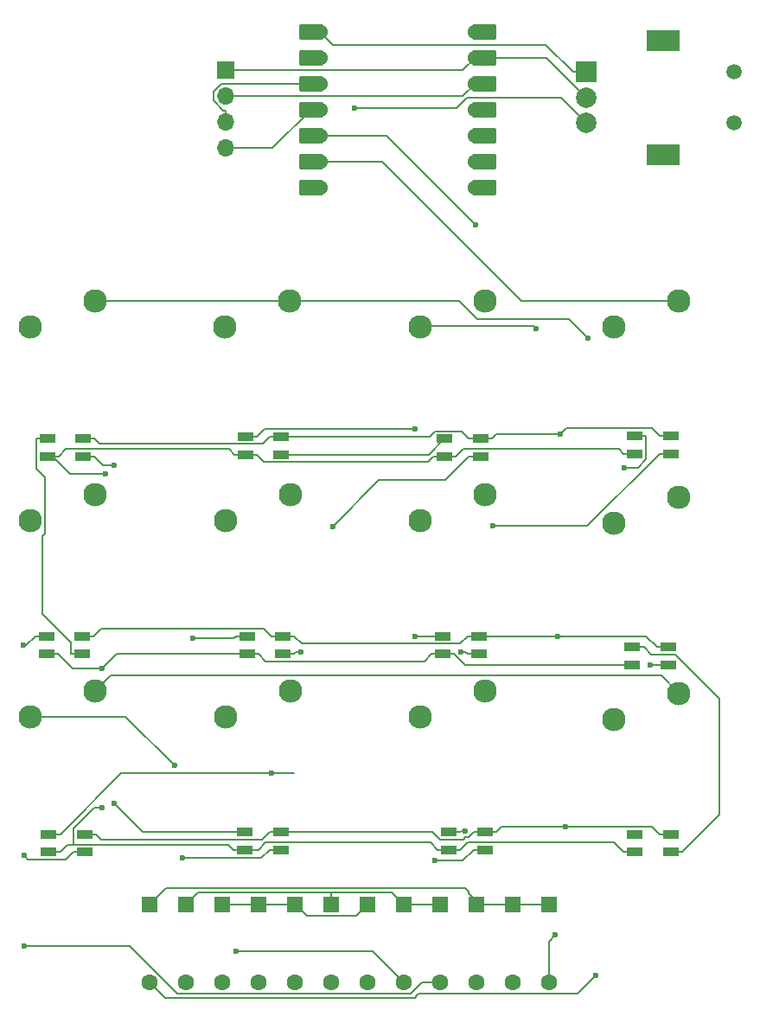
<source format=gbr>
%TF.GenerationSoftware,KiCad,Pcbnew,9.0.2-2.fc42*%
%TF.CreationDate,2025-06-07T11:28:52-05:00*%
%TF.ProjectId,macro_pad,6d616372-6f5f-4706-9164-2e6b69636164,rev?*%
%TF.SameCoordinates,Original*%
%TF.FileFunction,Copper,L1,Top*%
%TF.FilePolarity,Positive*%
%FSLAX46Y46*%
G04 Gerber Fmt 4.6, Leading zero omitted, Abs format (unit mm)*
G04 Created by KiCad (PCBNEW 9.0.2-2.fc42) date 2025-06-07 11:28:52*
%MOMM*%
%LPD*%
G01*
G04 APERTURE LIST*
G04 Aperture macros list*
%AMRoundRect*
0 Rectangle with rounded corners*
0 $1 Rounding radius*
0 $2 $3 $4 $5 $6 $7 $8 $9 X,Y pos of 4 corners*
0 Add a 4 corners polygon primitive as box body*
4,1,4,$2,$3,$4,$5,$6,$7,$8,$9,$2,$3,0*
0 Add four circle primitives for the rounded corners*
1,1,$1+$1,$2,$3*
1,1,$1+$1,$4,$5*
1,1,$1+$1,$6,$7*
1,1,$1+$1,$8,$9*
0 Add four rect primitives between the rounded corners*
20,1,$1+$1,$2,$3,$4,$5,0*
20,1,$1+$1,$4,$5,$6,$7,0*
20,1,$1+$1,$6,$7,$8,$9,0*
20,1,$1+$1,$8,$9,$2,$3,0*%
G04 Aperture macros list end*
%TA.AperFunction,ComponentPad*%
%ADD10C,1.500000*%
%TD*%
%TA.AperFunction,ComponentPad*%
%ADD11R,2.000000X2.000000*%
%TD*%
%TA.AperFunction,ComponentPad*%
%ADD12C,2.000000*%
%TD*%
%TA.AperFunction,ComponentPad*%
%ADD13R,3.200000X2.000000*%
%TD*%
%TA.AperFunction,SMDPad,CuDef*%
%ADD14RoundRect,0.152400X1.063600X0.609600X-1.063600X0.609600X-1.063600X-0.609600X1.063600X-0.609600X0*%
%TD*%
%TA.AperFunction,ComponentPad*%
%ADD15C,1.524000*%
%TD*%
%TA.AperFunction,SMDPad,CuDef*%
%ADD16RoundRect,0.152400X-1.063600X-0.609600X1.063600X-0.609600X1.063600X0.609600X-1.063600X0.609600X0*%
%TD*%
%TA.AperFunction,ComponentPad*%
%ADD17C,2.300000*%
%TD*%
%TA.AperFunction,ComponentPad*%
%ADD18R,1.700000X1.700000*%
%TD*%
%TA.AperFunction,ComponentPad*%
%ADD19O,1.700000X1.700000*%
%TD*%
%TA.AperFunction,ComponentPad*%
%ADD20RoundRect,0.250000X-0.550000X0.550000X-0.550000X-0.550000X0.550000X-0.550000X0.550000X0.550000X0*%
%TD*%
%TA.AperFunction,ComponentPad*%
%ADD21C,1.600000*%
%TD*%
%TA.AperFunction,SMDPad,CuDef*%
%ADD22R,1.600000X0.850000*%
%TD*%
%TA.AperFunction,ViaPad*%
%ADD23C,0.600000*%
%TD*%
%TA.AperFunction,Conductor*%
%ADD24C,0.200000*%
%TD*%
G04 APERTURE END LIST*
D10*
%TO.P,SW13,*%
%TO.N,*%
X142175000Y-26100000D03*
X142175000Y-31100000D03*
D11*
%TO.P,SW13,A,A*%
%TO.N,RotEncodeA*%
X127675000Y-26100000D03*
D12*
%TO.P,SW13,B,B*%
%TO.N,RotEncodeB*%
X127675000Y-31100000D03*
%TO.P,SW13,C,C*%
%TO.N,GND*%
X127675000Y-28600000D03*
D13*
%TO.P,SW13,MP*%
%TO.N,N/C*%
X135175000Y-23000000D03*
X135175000Y-34200000D03*
%TD*%
D14*
%TO.P,U1,1,GPIO26/ADC0/A0*%
%TO.N,RotEncodeA*%
X100745000Y-22148500D03*
D15*
X101580000Y-22148500D03*
D14*
%TO.P,U1,2,GPIO27/ADC1/A1*%
%TO.N,RotEncodeB*%
X100745000Y-24688500D03*
D15*
X101580000Y-24688500D03*
D14*
%TO.P,U1,3,GPIO28/ADC2/A2*%
%TO.N,OLED SCL*%
X100745000Y-27228500D03*
D15*
X101580000Y-27228500D03*
D14*
%TO.P,U1,4,GPIO29/ADC3/A3*%
%TO.N,OLED SDA*%
X100745000Y-29768500D03*
D15*
X101580000Y-29768500D03*
D14*
%TO.P,U1,5,GPIO6/SDA*%
%TO.N,Col 1*%
X100745000Y-32308500D03*
D15*
X101580000Y-32308500D03*
D14*
%TO.P,U1,6,GPIO7/SCL*%
%TO.N,Col 2*%
X100745000Y-34848500D03*
D15*
X101580000Y-34848500D03*
D14*
%TO.P,U1,7,GPIO0/TX*%
%TO.N,Col 3*%
X100745000Y-37388500D03*
D15*
X101580000Y-37388500D03*
%TO.P,U1,8,GPIO1/RX*%
%TO.N,Row 3*%
X116820000Y-37388500D03*
D16*
X117655000Y-37388500D03*
D15*
%TO.P,U1,9,GPIO2/SCK*%
%TO.N,Row 2*%
X116820000Y-34848500D03*
D16*
X117655000Y-34848500D03*
D15*
%TO.P,U1,10,GPIO4/MISO*%
%TO.N,Row 1*%
X116820000Y-32308500D03*
D16*
X117655000Y-32308500D03*
D15*
%TO.P,U1,11,GPIO3/MOSI*%
%TO.N,LED Data*%
X116820000Y-29768500D03*
D16*
X117655000Y-29768500D03*
D15*
%TO.P,U1,12,3V3*%
%TO.N,+3.3V*%
X116820000Y-27228500D03*
D16*
X117655000Y-27228500D03*
D15*
%TO.P,U1,13,GND*%
%TO.N,GND*%
X116820000Y-24688500D03*
D16*
X117655000Y-24688500D03*
D15*
%TO.P,U1,14,VBUS*%
%TO.N,+5V*%
X116820000Y-22148500D03*
D16*
X117655000Y-22148500D03*
%TD*%
D17*
%TO.P,SW12,1,1*%
%TO.N,Net-(D17-A)*%
X130390000Y-89460000D03*
%TO.P,SW12,2,2*%
%TO.N,Col 4*%
X136740000Y-86920000D03*
%TD*%
%TO.P,SW11,1,1*%
%TO.N,Net-(D30-A)*%
X130390000Y-70260000D03*
%TO.P,SW11,2,2*%
%TO.N,Col 3*%
X136740000Y-67720000D03*
%TD*%
%TO.P,SW10,1,1*%
%TO.N,Net-(D31-A)*%
X130390000Y-51060000D03*
%TO.P,SW10,2,2*%
%TO.N,Col 2*%
X136740000Y-48520000D03*
%TD*%
%TO.P,SW9,1,1*%
%TO.N,Net-(D32-A)*%
X111390000Y-51025000D03*
%TO.P,SW9,2,2*%
%TO.N,Col 1*%
X117740000Y-48485000D03*
%TD*%
%TO.P,SW8,1,1*%
%TO.N,Net-(D21-A)*%
X111390000Y-70060000D03*
%TO.P,SW8,2,2*%
%TO.N,Col 1*%
X117740000Y-67520000D03*
%TD*%
%TO.P,SW7,1,1*%
%TO.N,Net-(D22-A)*%
X111390000Y-89260000D03*
%TO.P,SW7,2,2*%
%TO.N,Col 1*%
X117740000Y-86720000D03*
%TD*%
%TO.P,SW6,1,1*%
%TO.N,Net-(D24-A)*%
X92390000Y-70060000D03*
%TO.P,SW6,2,2*%
%TO.N,Col 2*%
X98740000Y-67520000D03*
%TD*%
%TO.P,SW5,1,1*%
%TO.N,Net-(D20-A)*%
X92270000Y-51025000D03*
%TO.P,SW5,2,2*%
%TO.N,Col 3*%
X98620000Y-48485000D03*
%TD*%
%TO.P,SW4,1,1*%
%TO.N,Net-(D23-A)*%
X92390000Y-89260000D03*
%TO.P,SW4,2,2*%
%TO.N,Col 2*%
X98740000Y-86720000D03*
%TD*%
%TO.P,SW3,1,1*%
%TO.N,Net-(D19-A)*%
X73190000Y-89260000D03*
%TO.P,SW3,2,2*%
%TO.N,Col 4*%
X79540000Y-86720000D03*
%TD*%
%TO.P,SW2,1,1*%
%TO.N,Net-(D18-A)*%
X73190000Y-70060000D03*
%TO.P,SW2,2,2*%
%TO.N,Col 4*%
X79540000Y-67520000D03*
%TD*%
%TO.P,SW1,1,1*%
%TO.N,Net-(D29-A)*%
X73190000Y-51025000D03*
%TO.P,SW1,2,2*%
%TO.N,Col 3*%
X79540000Y-48485000D03*
%TD*%
D18*
%TO.P,J1,1,Pin_1*%
%TO.N,GND*%
X92400000Y-25920000D03*
D19*
%TO.P,J1,2,Pin_2*%
%TO.N,+3.3V*%
X92400000Y-28460000D03*
%TO.P,J1,3,Pin_3*%
%TO.N,OLED SCL*%
X92400000Y-31000000D03*
%TO.P,J1,4,Pin_4*%
%TO.N,OLED SDA*%
X92400000Y-33540000D03*
%TD*%
D20*
%TO.P,D32,1,K*%
%TO.N,Row 3*%
X124000000Y-107590000D03*
D21*
%TO.P,D32,2,A*%
%TO.N,Net-(D32-A)*%
X124000000Y-115210000D03*
%TD*%
D20*
%TO.P,D31,1,K*%
%TO.N,Row 3*%
X120450000Y-107590000D03*
D21*
%TO.P,D31,2,A*%
%TO.N,Net-(D31-A)*%
X120450000Y-115210000D03*
%TD*%
D20*
%TO.P,D30,1,K*%
%TO.N,Row 3*%
X116900000Y-107590000D03*
D21*
%TO.P,D30,2,A*%
%TO.N,Net-(D30-A)*%
X116900000Y-115210000D03*
%TD*%
D20*
%TO.P,D29,1,K*%
%TO.N,Row 2*%
X113350000Y-107590000D03*
D21*
%TO.P,D29,2,A*%
%TO.N,Net-(D29-A)*%
X113350000Y-115210000D03*
%TD*%
D20*
%TO.P,D24,1,K*%
%TO.N,Row 2*%
X109800000Y-107590000D03*
D21*
%TO.P,D24,2,A*%
%TO.N,Net-(D24-A)*%
X109800000Y-115210000D03*
%TD*%
D20*
%TO.P,D23,1,K*%
%TO.N,Row 1*%
X106250000Y-107590000D03*
D21*
%TO.P,D23,2,A*%
%TO.N,Net-(D23-A)*%
X106250000Y-115210000D03*
%TD*%
D20*
%TO.P,D22,1,K*%
%TO.N,Row 2*%
X102700000Y-107590000D03*
D21*
%TO.P,D22,2,A*%
%TO.N,Net-(D22-A)*%
X102700000Y-115210000D03*
%TD*%
D20*
%TO.P,D21,1,K*%
%TO.N,Row 1*%
X99150000Y-107590000D03*
D21*
%TO.P,D21,2,A*%
%TO.N,Net-(D21-A)*%
X99150000Y-115210000D03*
%TD*%
D20*
%TO.P,D20,1,K*%
%TO.N,Row 1*%
X95600000Y-107590000D03*
D21*
%TO.P,D20,2,A*%
%TO.N,Net-(D20-A)*%
X95600000Y-115210000D03*
%TD*%
D20*
%TO.P,D19,1,K*%
%TO.N,Row 1*%
X92050000Y-107590000D03*
D21*
%TO.P,D19,2,A*%
%TO.N,Net-(D19-A)*%
X92050000Y-115210000D03*
%TD*%
D20*
%TO.P,D18,1,K*%
%TO.N,Row 2*%
X88500000Y-107590000D03*
D21*
%TO.P,D18,2,A*%
%TO.N,Net-(D18-A)*%
X88500000Y-115210000D03*
%TD*%
%TO.P,D17,2,A*%
%TO.N,Net-(D17-A)*%
X84950000Y-115210000D03*
D20*
%TO.P,D17,1,K*%
%TO.N,Row 3*%
X84950000Y-107590000D03*
%TD*%
D22*
%TO.P,D15,1,DOUT*%
%TO.N,unconnected-(D15-DOUT-Pad1)*%
X132450000Y-100725000D03*
%TO.P,D15,2,VSS*%
%TO.N,GND*%
X132450000Y-102475000D03*
%TO.P,D15,3,DIN*%
%TO.N,Net-(D13-DOUT)*%
X135950000Y-102475000D03*
%TO.P,D15,4,VDD*%
%TO.N,+5V*%
X135950000Y-100725000D03*
%TD*%
%TO.P,D13,1,DOUT*%
%TO.N,Net-(D13-DOUT)*%
X132200000Y-82400000D03*
%TO.P,D13,2,VSS*%
%TO.N,GND*%
X132200000Y-84150000D03*
%TO.P,D13,3,DIN*%
%TO.N,Net-(D11-DOUT)*%
X135700000Y-84150000D03*
%TO.P,D13,4,VDD*%
%TO.N,+5V*%
X135700000Y-82400000D03*
%TD*%
%TO.P,D11,1,DOUT*%
%TO.N,Net-(D11-DOUT)*%
X132450000Y-61725000D03*
%TO.P,D11,2,VSS*%
%TO.N,GND*%
X132450000Y-63475000D03*
%TO.P,D11,3,DIN*%
%TO.N,Net-(D11-DIN)*%
X135950000Y-63475000D03*
%TO.P,D11,4,VDD*%
%TO.N,+5V*%
X135950000Y-61725000D03*
%TD*%
%TO.P,D9,1,DOUT*%
%TO.N,Net-(D11-DIN)*%
X114250000Y-100525000D03*
%TO.P,D9,2,VSS*%
%TO.N,GND*%
X114250000Y-102275000D03*
%TO.P,D9,3,DIN*%
%TO.N,Net-(D8-DOUT)*%
X117750000Y-102275000D03*
%TO.P,D9,4,VDD*%
%TO.N,+5V*%
X117750000Y-100525000D03*
%TD*%
%TO.P,D8,1,DOUT*%
%TO.N,Net-(D8-DOUT)*%
X113650000Y-81325000D03*
%TO.P,D8,2,VSS*%
%TO.N,GND*%
X113650000Y-83075000D03*
%TO.P,D8,3,DIN*%
%TO.N,Net-(D4-DOUT)*%
X117150000Y-83075000D03*
%TO.P,D8,4,VDD*%
%TO.N,+5V*%
X117150000Y-81325000D03*
%TD*%
%TO.P,D7,1,DOUT*%
%TO.N,Net-(D4-DIN)*%
X113800000Y-62000000D03*
%TO.P,D7,2,VSS*%
%TO.N,GND*%
X113800000Y-63750000D03*
%TO.P,D7,3,DIN*%
%TO.N,Net-(D3-DOUT)*%
X117300000Y-63750000D03*
%TO.P,D7,4,VDD*%
%TO.N,+5V*%
X117300000Y-62000000D03*
%TD*%
%TO.P,D6,1,DOUT*%
%TO.N,Net-(D1-DIN)*%
X94250000Y-100525000D03*
%TO.P,D6,2,VSS*%
%TO.N,GND*%
X94250000Y-102275000D03*
%TO.P,D6,3,DIN*%
%TO.N,Net-(D5-DOUT)*%
X97750000Y-102275000D03*
%TO.P,D6,4,VDD*%
%TO.N,+5V*%
X97750000Y-100525000D03*
%TD*%
%TO.P,D5,1,DOUT*%
%TO.N,Net-(D5-DOUT)*%
X94450000Y-81325000D03*
%TO.P,D5,2,VSS*%
%TO.N,GND*%
X94450000Y-83075000D03*
%TO.P,D5,3,DIN*%
%TO.N,LED Data*%
X97950000Y-83075000D03*
%TO.P,D5,4,VDD*%
%TO.N,+5V*%
X97950000Y-81325000D03*
%TD*%
%TO.P,D4,1,DOUT*%
%TO.N,Net-(D4-DOUT)*%
X94300000Y-61800000D03*
%TO.P,D4,2,VSS*%
%TO.N,GND*%
X94300000Y-63550000D03*
%TO.P,D4,3,DIN*%
%TO.N,Net-(D4-DIN)*%
X97800000Y-63550000D03*
%TO.P,D4,4,VDD*%
%TO.N,+5V*%
X97800000Y-61800000D03*
%TD*%
%TO.P,D3,1,DOUT*%
%TO.N,Net-(D3-DOUT)*%
X75050000Y-100725000D03*
%TO.P,D3,2,VSS*%
%TO.N,GND*%
X75050000Y-102475000D03*
%TO.P,D3,3,DIN*%
%TO.N,Net-(D2-DOUT)*%
X78550000Y-102475000D03*
%TO.P,D3,4,VDD*%
%TO.N,+5V*%
X78550000Y-100725000D03*
%TD*%
%TO.P,D2,1,DOUT*%
%TO.N,Net-(D2-DOUT)*%
X74850000Y-81325000D03*
%TO.P,D2,2,VSS*%
%TO.N,GND*%
X74850000Y-83075000D03*
%TO.P,D2,3,DIN*%
%TO.N,Net-(D1-DOUT)*%
X78350000Y-83075000D03*
%TO.P,D2,4,VDD*%
%TO.N,+5V*%
X78350000Y-81325000D03*
%TD*%
%TO.P,D1,1,DOUT*%
%TO.N,Net-(D1-DOUT)*%
X74900000Y-62000000D03*
%TO.P,D1,2,VSS*%
%TO.N,GND*%
X74900000Y-63750000D03*
%TO.P,D1,3,DIN*%
%TO.N,Net-(D1-DIN)*%
X78400000Y-63750000D03*
%TO.P,D1,4,VDD*%
%TO.N,+5V*%
X78400000Y-62000000D03*
%TD*%
D23*
%TO.N,RotEncodeB*%
X105021400Y-29662000D03*
%TO.N,Col 1*%
X116834200Y-41032100D03*
%TO.N,Col 3*%
X127815300Y-52167600D03*
%TO.N,Net-(D32-A)*%
X122772100Y-51236600D03*
X124614300Y-110613200D03*
%TO.N,Net-(D29-A)*%
X72603300Y-111647000D03*
%TO.N,Net-(D24-A)*%
X93364200Y-112145200D03*
%TO.N,Net-(D19-A)*%
X87338800Y-93999800D03*
%TO.N,Net-(D17-A)*%
X128598200Y-114588200D03*
%TO.N,Net-(D11-DOUT)*%
X131433300Y-64867300D03*
X133961000Y-84140300D03*
%TO.N,Net-(D11-DIN)*%
X118509700Y-70526900D03*
X115819400Y-100447000D03*
%TO.N,Net-(D8-DOUT)*%
X110915600Y-81358000D03*
X112885000Y-103334500D03*
%TO.N,LED Data*%
X99747000Y-82928600D03*
%TO.N,Net-(D5-DOUT)*%
X88125600Y-103071100D03*
X89176600Y-81565500D03*
%TO.N,Net-(D4-DOUT)*%
X110906200Y-61047300D03*
X115389600Y-82866900D03*
%TO.N,Net-(D3-DOUT)*%
X102859900Y-70577700D03*
X96875800Y-94757100D03*
%TO.N,Net-(D2-DOUT)*%
X72603300Y-102823400D03*
X72589900Y-82235000D03*
%TO.N,+5V*%
X124864300Y-81325000D03*
X125651100Y-99998300D03*
X125165800Y-61549600D03*
%TO.N,Net-(D1-DIN)*%
X81447600Y-97726300D03*
X81444600Y-64590800D03*
%TO.N,GND*%
X80623700Y-65408700D03*
X80290300Y-98097000D03*
X80268700Y-84474300D03*
%TD*%
D24*
%TO.N,Net-(D13-DOUT)*%
X140692900Y-98833800D02*
X137051700Y-102475000D01*
X140692900Y-87439700D02*
X140692900Y-98833800D01*
X136379900Y-83126700D02*
X140692900Y-87439700D01*
X134028400Y-83126700D02*
X136379900Y-83126700D01*
X133301700Y-82400000D02*
X134028400Y-83126700D01*
X132200000Y-82400000D02*
X133301700Y-82400000D01*
X135950000Y-102475000D02*
X137051700Y-102475000D01*
%TO.N,RotEncodeA*%
X100745000Y-22148500D02*
X101580000Y-22148500D01*
X123691800Y-23418500D02*
X126373300Y-26100000D01*
X102850000Y-23418500D02*
X123691800Y-23418500D01*
X101580000Y-22148500D02*
X102850000Y-23418500D01*
X127675000Y-26100000D02*
X126373300Y-26100000D01*
%TO.N,RotEncodeB*%
X100745000Y-24688500D02*
X101580000Y-24688500D01*
X125218900Y-28643900D02*
X127675000Y-31100000D01*
X116017800Y-28643900D02*
X125218900Y-28643900D01*
X114999700Y-29662000D02*
X116017800Y-28643900D01*
X105021400Y-29662000D02*
X114999700Y-29662000D01*
%TO.N,OLED SCL*%
X101580000Y-27228500D02*
X100745000Y-27228500D01*
X92131500Y-29848300D02*
X92400000Y-29848300D01*
X91190300Y-28907100D02*
X92131500Y-29848300D01*
X91190300Y-28008900D02*
X91190300Y-28907100D01*
X91970700Y-27228500D02*
X91190300Y-28008900D01*
X100745000Y-27228500D02*
X91970700Y-27228500D01*
X92400000Y-31000000D02*
X92400000Y-29848300D01*
%TO.N,OLED SDA*%
X100745000Y-29768500D02*
X101580000Y-29768500D01*
X96973500Y-33540000D02*
X100745000Y-29768500D01*
X92400000Y-33540000D02*
X96973500Y-33540000D01*
%TO.N,Col 1*%
X101580000Y-32308500D02*
X100745000Y-32308500D01*
X108110600Y-32308500D02*
X116834200Y-41032100D01*
X101580000Y-32308500D02*
X108110600Y-32308500D01*
%TO.N,Col 2*%
X100745000Y-34848500D02*
X101580000Y-34848500D01*
X121325200Y-48520000D02*
X136740000Y-48520000D01*
X107653700Y-34848500D02*
X121325200Y-48520000D01*
X101580000Y-34848500D02*
X107653700Y-34848500D01*
%TO.N,Col 4*%
X81074700Y-85185300D02*
X79540000Y-86720000D01*
X135005300Y-85185300D02*
X81074700Y-85185300D01*
X136740000Y-86920000D02*
X135005300Y-85185300D01*
%TO.N,Col 3*%
X100745000Y-37388500D02*
X101580000Y-37388500D01*
X79540000Y-48485000D02*
X98620000Y-48485000D01*
X125968200Y-50320500D02*
X127815300Y-52167600D01*
X117035500Y-50320500D02*
X125968200Y-50320500D01*
X115200000Y-48485000D02*
X117035500Y-50320500D01*
X98620000Y-48485000D02*
X115200000Y-48485000D01*
%TO.N,Net-(D32-A)*%
X111470700Y-50944300D02*
X111390000Y-51025000D01*
X122479800Y-50944300D02*
X111470700Y-50944300D01*
X122772100Y-51236600D02*
X122479800Y-50944300D01*
X124000000Y-111227500D02*
X124614300Y-110613200D01*
X124000000Y-115210000D02*
X124000000Y-111227500D01*
%TO.N,Net-(D29-A)*%
X111614000Y-115210000D02*
X113350000Y-115210000D01*
X110500000Y-116324000D02*
X111614000Y-115210000D01*
X87629600Y-116324000D02*
X110500000Y-116324000D01*
X82952600Y-111647000D02*
X87629600Y-116324000D01*
X72603300Y-111647000D02*
X82952600Y-111647000D01*
%TO.N,Net-(D24-A)*%
X106735200Y-112145200D02*
X109800000Y-115210000D01*
X93364200Y-112145200D02*
X106735200Y-112145200D01*
%TO.N,Row 1*%
X117655000Y-32308500D02*
X116820000Y-32308500D01*
X100289200Y-108729200D02*
X99150000Y-107590000D01*
X105110800Y-108729200D02*
X100289200Y-108729200D01*
X106250000Y-107590000D02*
X105110800Y-108729200D01*
X95600000Y-107590000D02*
X92050000Y-107590000D01*
X95600000Y-107590000D02*
X99150000Y-107590000D01*
%TO.N,Net-(D19-A)*%
X82548500Y-89209500D02*
X87338800Y-93999800D01*
X73240500Y-89209500D02*
X82548500Y-89209500D01*
X73190000Y-89260000D02*
X73240500Y-89209500D01*
%TO.N,Row 2*%
X116820000Y-34848500D02*
X117655000Y-34848500D01*
X102700000Y-106433900D02*
X102700000Y-107590000D01*
X89656100Y-106433900D02*
X102700000Y-106433900D01*
X88500000Y-107590000D02*
X89656100Y-106433900D01*
X108643900Y-106433900D02*
X109800000Y-107590000D01*
X102700000Y-106433900D02*
X108643900Y-106433900D01*
X113350000Y-107590000D02*
X109800000Y-107590000D01*
%TO.N,Row 3*%
X117655000Y-37388500D02*
X116820000Y-37388500D01*
X124000000Y-107590000D02*
X120450000Y-107590000D01*
X120450000Y-107590000D02*
X118675000Y-107590000D01*
X118675000Y-107590000D02*
X116900000Y-107590000D01*
X86520600Y-106019400D02*
X84950000Y-107590000D01*
X115787400Y-106019400D02*
X86520600Y-106019400D01*
X116142500Y-106374500D02*
X115787400Y-106019400D01*
X116142500Y-106488800D02*
X116142500Y-106374500D01*
X117243700Y-107590000D02*
X116142500Y-106488800D01*
X118675000Y-107590000D02*
X117243700Y-107590000D01*
%TO.N,Net-(D17-A)*%
X110866500Y-116725700D02*
X111101900Y-116490300D01*
X86465700Y-116725700D02*
X110866500Y-116725700D01*
X84950000Y-115210000D02*
X86465700Y-116725700D01*
X111101900Y-116490300D02*
X111266700Y-116325500D01*
X111101900Y-116490300D02*
X111266700Y-116325500D01*
X126860900Y-116325500D02*
X128598200Y-114588200D01*
X111266700Y-116325500D02*
X126860900Y-116325500D01*
%TO.N,+3.3V*%
X115588500Y-28460000D02*
X116820000Y-27228500D01*
X92400000Y-28460000D02*
X115588500Y-28460000D01*
X116820000Y-27228500D02*
X117655000Y-27228500D01*
%TO.N,Net-(D11-DOUT)*%
X135700000Y-84150000D02*
X134598300Y-84150000D01*
X133551700Y-64025000D02*
X133551700Y-61725000D01*
X132709400Y-64867300D02*
X133551700Y-64025000D01*
X131433300Y-64867300D02*
X132709400Y-64867300D01*
X134588600Y-84140300D02*
X134598300Y-84150000D01*
X133961000Y-84140300D02*
X134588600Y-84140300D01*
X132450000Y-61725000D02*
X133551700Y-61725000D01*
%TO.N,Net-(D11-DIN)*%
X135950000Y-63475000D02*
X134848300Y-63475000D01*
X115429700Y-100447000D02*
X115351700Y-100525000D01*
X115819400Y-100447000D02*
X115429700Y-100447000D01*
X114250000Y-100525000D02*
X115351700Y-100525000D01*
X127796400Y-70526900D02*
X118435800Y-70526900D01*
X134848300Y-63475000D02*
X127796400Y-70526900D01*
X118435800Y-70526900D02*
X118509700Y-70526900D01*
%TO.N,Net-(D8-DOUT)*%
X110948600Y-81325000D02*
X110915600Y-81358000D01*
X113650000Y-81325000D02*
X110948600Y-81325000D01*
X115588800Y-103334500D02*
X112885000Y-103334500D01*
X116648300Y-102275000D02*
X115588800Y-103334500D01*
X117750000Y-102275000D02*
X116648300Y-102275000D01*
X110915600Y-81358000D02*
X110915600Y-81325000D01*
X110915600Y-81325000D02*
X110915600Y-81358000D01*
%TO.N,LED Data*%
X117655000Y-29768500D02*
X116820000Y-29768500D01*
X99198100Y-82928600D02*
X99051700Y-83075000D01*
X99747000Y-82928600D02*
X99198100Y-82928600D01*
X97950000Y-83075000D02*
X99051700Y-83075000D01*
%TO.N,Net-(D5-DOUT)*%
X95852200Y-103071100D02*
X88125600Y-103071100D01*
X96648300Y-102275000D02*
X95852200Y-103071100D01*
X93107800Y-81565500D02*
X93348300Y-81325000D01*
X89176600Y-81565500D02*
X93107800Y-81565500D01*
X94450000Y-81325000D02*
X93348300Y-81325000D01*
X97750000Y-102275000D02*
X96648300Y-102275000D01*
%TO.N,Net-(D4-DOUT)*%
X115840200Y-82866900D02*
X116048300Y-83075000D01*
X115389600Y-82866900D02*
X115840200Y-82866900D01*
X117150000Y-83075000D02*
X116048300Y-83075000D01*
X94300000Y-61800000D02*
X95401700Y-61800000D01*
X96154400Y-61047300D02*
X95401700Y-61800000D01*
X110906200Y-61047300D02*
X96154400Y-61047300D01*
%TO.N,Net-(D4-DIN)*%
X97800000Y-63550000D02*
X98901700Y-63550000D01*
X112250000Y-63550000D02*
X113800000Y-62000000D01*
X98901700Y-63550000D02*
X112250000Y-63550000D01*
%TO.N,Net-(D3-DOUT)*%
X113878500Y-66069800D02*
X116198300Y-63750000D01*
X107367800Y-66069800D02*
X113878500Y-66069800D01*
X102859900Y-70577700D02*
X107367800Y-66069800D01*
X117300000Y-63750000D02*
X116198300Y-63750000D01*
X82119600Y-94757100D02*
X76151700Y-100725000D01*
X96180100Y-94757100D02*
X82119600Y-94757100D01*
X75050000Y-100725000D02*
X76151700Y-100725000D01*
X96180100Y-94757100D02*
X96875800Y-94757100D01*
X96875800Y-94757100D02*
X99066800Y-94757100D01*
X99066800Y-94757100D02*
X96875800Y-94757100D01*
%TO.N,Net-(D2-DOUT)*%
X72981600Y-103201700D02*
X72603300Y-102823400D01*
X76721600Y-103201700D02*
X72981600Y-103201700D01*
X77448300Y-102475000D02*
X76721600Y-103201700D01*
X72838300Y-82235000D02*
X73748300Y-81325000D01*
X72589900Y-82235000D02*
X72838300Y-82235000D01*
X74850000Y-81325000D02*
X73748300Y-81325000D01*
X78550000Y-102475000D02*
X77448300Y-102475000D01*
%TO.N,Net-(D1-DOUT)*%
X77248300Y-81973300D02*
X77248300Y-83075000D01*
X74436900Y-79161900D02*
X77248300Y-81973300D01*
X74436900Y-71529200D02*
X74436900Y-79161900D01*
X74645600Y-71320500D02*
X74436900Y-71529200D01*
X74645600Y-65814300D02*
X74645600Y-71320500D01*
X73798300Y-64967000D02*
X74645600Y-65814300D01*
X73798300Y-62000000D02*
X73798300Y-64967000D01*
X74900000Y-62000000D02*
X73798300Y-62000000D01*
X78350000Y-83075000D02*
X77248300Y-83075000D01*
%TO.N,+5V*%
X95921600Y-101251700D02*
X96648300Y-100525000D01*
X80178400Y-101251700D02*
X95921600Y-101251700D01*
X79651700Y-100725000D02*
X80178400Y-101251700D01*
X78550000Y-100725000D02*
X79651700Y-100725000D01*
X135950000Y-100725000D02*
X134848300Y-100725000D01*
X116820000Y-22148500D02*
X117655000Y-22148500D01*
X78350000Y-81325000D02*
X79451700Y-81325000D01*
X97950000Y-81325000D02*
X96848300Y-81325000D01*
X135700000Y-82400000D02*
X134598300Y-82400000D01*
X97199200Y-100525000D02*
X96648300Y-100525000D01*
X97199200Y-100525000D02*
X97750000Y-100525000D01*
X80178400Y-80598300D02*
X79451700Y-81325000D01*
X96121600Y-80598300D02*
X80178400Y-80598300D01*
X96848300Y-81325000D02*
X96121600Y-80598300D01*
X115321600Y-82051700D02*
X116048300Y-81325000D01*
X99778400Y-82051700D02*
X115321600Y-82051700D01*
X99051700Y-81325000D02*
X99778400Y-82051700D01*
X97950000Y-81325000D02*
X99051700Y-81325000D01*
X117150000Y-81325000D02*
X116048300Y-81325000D01*
X118300900Y-100525000D02*
X118851700Y-100525000D01*
X118300900Y-100525000D02*
X117750000Y-100525000D01*
X134121600Y-99998300D02*
X125651100Y-99998300D01*
X134848300Y-100725000D02*
X134121600Y-99998300D01*
X119378400Y-99998300D02*
X118851700Y-100525000D01*
X125651100Y-99998300D02*
X119378400Y-99998300D01*
X133523300Y-81325000D02*
X124864300Y-81325000D01*
X134598300Y-82400000D02*
X133523300Y-81325000D01*
X124864300Y-81325000D02*
X117150000Y-81325000D01*
X135950000Y-61725000D02*
X134848300Y-61725000D01*
X95971600Y-62526700D02*
X96698300Y-61800000D01*
X80028400Y-62526700D02*
X95971600Y-62526700D01*
X79501700Y-62000000D02*
X80028400Y-62526700D01*
X78400000Y-62000000D02*
X79501700Y-62000000D01*
X97800000Y-61800000D02*
X96698300Y-61800000D01*
X117850900Y-62000000D02*
X118401700Y-62000000D01*
X117850900Y-62000000D02*
X117300000Y-62000000D01*
X112347200Y-61800000D02*
X97800000Y-61800000D01*
X112874000Y-61273200D02*
X112347200Y-61800000D01*
X115471500Y-61273200D02*
X112874000Y-61273200D01*
X116198300Y-62000000D02*
X115471500Y-61273200D01*
X117300000Y-62000000D02*
X116198300Y-62000000D01*
X125717100Y-60998300D02*
X125165800Y-61549600D01*
X134121600Y-60998300D02*
X125717100Y-60998300D01*
X134848300Y-61725000D02*
X134121600Y-60998300D01*
X118852100Y-61549600D02*
X118401700Y-62000000D01*
X125165800Y-61549600D02*
X118852100Y-61549600D01*
X116124600Y-101048700D02*
X116648300Y-100525000D01*
X115834900Y-101048700D02*
X116124600Y-101048700D01*
X115631900Y-101251700D02*
X115834900Y-101048700D01*
X113325000Y-101251700D02*
X115631900Y-101251700D01*
X112598300Y-100525000D02*
X113325000Y-101251700D01*
X97750000Y-100525000D02*
X112598300Y-100525000D01*
X117750000Y-100525000D02*
X116648300Y-100525000D01*
%TO.N,Net-(D1-DIN)*%
X84246300Y-100525000D02*
X81447600Y-97726300D01*
X94250000Y-100525000D02*
X84246300Y-100525000D01*
X78400000Y-63750000D02*
X79501700Y-63750000D01*
X80341000Y-64589300D02*
X79501700Y-63750000D01*
X80372300Y-64589300D02*
X80341000Y-64589300D01*
X80373800Y-64590800D02*
X80372300Y-64589300D01*
X81444600Y-64590800D02*
X80373800Y-64590800D01*
%TO.N,GND*%
X75050000Y-102475000D02*
X76151700Y-102475000D01*
X76728400Y-63023300D02*
X76001700Y-63750000D01*
X92671600Y-63023300D02*
X76728400Y-63023300D01*
X93198300Y-63550000D02*
X92671600Y-63023300D01*
X130421600Y-101548300D02*
X131348300Y-102475000D01*
X116078400Y-101548300D02*
X130421600Y-101548300D01*
X115351700Y-102275000D02*
X116078400Y-101548300D01*
X114250000Y-102275000D02*
X115351700Y-102275000D01*
X132450000Y-102475000D02*
X131348300Y-102475000D01*
X93699200Y-102275000D02*
X93148300Y-102275000D01*
X93699200Y-102275000D02*
X94250000Y-102275000D01*
X114250000Y-102275000D02*
X113148300Y-102275000D01*
X130896600Y-63023300D02*
X131348300Y-63475000D01*
X115628400Y-63023300D02*
X130896600Y-63023300D01*
X114901700Y-63750000D02*
X115628400Y-63023300D01*
X113800000Y-63750000D02*
X114901700Y-63750000D01*
X132450000Y-63475000D02*
X131348300Y-63475000D01*
X93970000Y-63550000D02*
X93198300Y-63550000D01*
X93970000Y-63550000D02*
X94300000Y-63550000D01*
X112171500Y-64276800D02*
X112698300Y-63750000D01*
X96128500Y-64276800D02*
X112171500Y-64276800D01*
X95401700Y-63550000D02*
X96128500Y-64276800D01*
X94300000Y-63550000D02*
X95401700Y-63550000D01*
X113800000Y-63750000D02*
X112698300Y-63750000D01*
X112421600Y-101548300D02*
X113148300Y-102275000D01*
X96279500Y-101548300D02*
X112421600Y-101548300D01*
X95552800Y-102275000D02*
X96279500Y-101548300D01*
X94250000Y-102275000D02*
X95552800Y-102275000D01*
X74900000Y-63750000D02*
X75450900Y-63750000D01*
X75450900Y-63750000D02*
X76001700Y-63750000D01*
X77109600Y-65408700D02*
X80623700Y-65408700D01*
X75450900Y-63750000D02*
X77109600Y-65408700D01*
X114200900Y-83075000D02*
X114751700Y-83075000D01*
X114200900Y-83075000D02*
X113650000Y-83075000D01*
X96278400Y-83801700D02*
X95551700Y-83075000D01*
X111821600Y-83801700D02*
X96278400Y-83801700D01*
X112548300Y-83075000D02*
X111821600Y-83801700D01*
X113650000Y-83075000D02*
X112548300Y-83075000D01*
X94450000Y-83075000D02*
X95551700Y-83075000D01*
X123763500Y-24688500D02*
X127675000Y-28600000D01*
X117655000Y-24688500D02*
X123763500Y-24688500D01*
X115821900Y-84150000D02*
X132200000Y-84150000D01*
X114751700Y-83079800D02*
X115821900Y-84150000D01*
X114751700Y-83075000D02*
X114751700Y-83079800D01*
X92621600Y-101748300D02*
X77448300Y-101748300D01*
X93148300Y-102275000D02*
X92621600Y-101748300D01*
X76878400Y-101748300D02*
X76151700Y-102475000D01*
X77448300Y-101748300D02*
X76878400Y-101748300D01*
X117655000Y-24688500D02*
X116820000Y-24688500D01*
X115588500Y-25920000D02*
X92400000Y-25920000D01*
X116820000Y-24688500D02*
X115588500Y-25920000D01*
X74850000Y-83075000D02*
X75951700Y-83075000D01*
X77351000Y-84474300D02*
X75951700Y-83075000D01*
X80268700Y-84474300D02*
X77351000Y-84474300D01*
X81668000Y-83075000D02*
X94450000Y-83075000D01*
X80268700Y-84474300D02*
X81668000Y-83075000D01*
X79526300Y-98097000D02*
X80290300Y-98097000D01*
X77448300Y-100175000D02*
X79526300Y-98097000D01*
X77448300Y-101748300D02*
X77448300Y-100175000D01*
X80290300Y-98097000D02*
X80175600Y-98097000D01*
X80175600Y-98097000D02*
X80290300Y-98097000D01*
%TD*%
M02*

</source>
